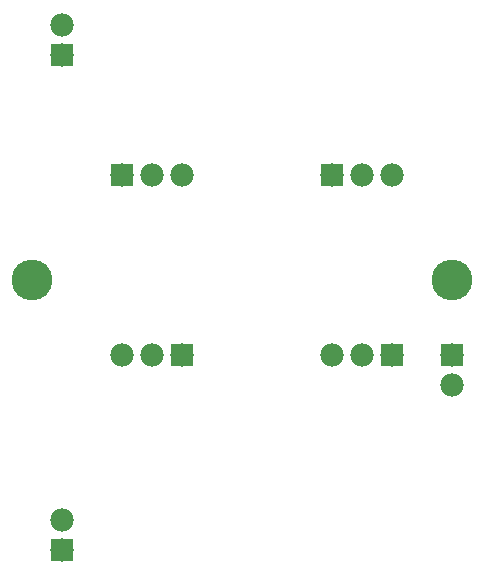
<source format=gts>
G04 MADE WITH FRITZING*
G04 WWW.FRITZING.ORG*
G04 DOUBLE SIDED*
G04 HOLES PLATED*
G04 CONTOUR ON CENTER OF CONTOUR VECTOR*
%ASAXBY*%
%FSLAX23Y23*%
%MOIN*%
%OFA0B0*%
%SFA1.0B1.0*%
%ADD10C,0.135984*%
%ADD11C,0.077559*%
%ADD12R,0.077559X0.077559*%
%LNMASK1*%
G90*
G70*
G54D10*
X1544Y1121D03*
X144Y1121D03*
G54D11*
X1544Y871D03*
X1544Y771D03*
X1144Y1471D03*
X1244Y1471D03*
X1344Y1471D03*
X444Y1471D03*
X544Y1471D03*
X644Y1471D03*
X644Y871D03*
X544Y871D03*
X444Y871D03*
X1344Y871D03*
X1244Y871D03*
X1144Y871D03*
X244Y1871D03*
X244Y1971D03*
X244Y221D03*
X244Y321D03*
G54D12*
X1544Y871D03*
X1144Y1471D03*
X444Y1471D03*
X644Y871D03*
X1344Y871D03*
X244Y1871D03*
X244Y221D03*
G04 End of Mask1*
M02*
</source>
